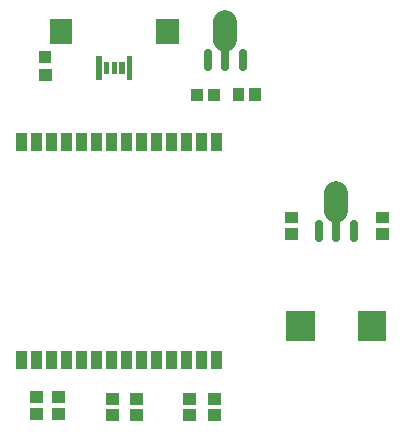
<source format=gtp>
G04 Layer: TopPasteMaskLayer*
G04 EasyEDA v6.1.49, Sat, 25 May 2019 11:17:53 GMT*
G04 fc3d14014b1447b58ced6bada5ffd274,46bf6a40d4384fdb86bc8fc37bf60e4c,10*
G04 Gerber Generator version 0.2*
G04 Scale: 100 percent, Rotated: No, Reflected: No *
G04 Dimensions in millimeters *
G04 leading zeros omitted , absolute positions ,3 integer and 3 decimal *
%FSLAX33Y33*%
%MOMM*%
G90*
G71D02*

%ADD12C,1.999996*%
%ADD13C,0.699999*%
%ADD20R,0.999998X1.099998*%

%LPD*%
G54D12*
G01X25041Y42030D02*
G01X25041Y43530D01*
G54D13*
G01X25041Y39680D02*
G01X25041Y41080D01*
G01X26542Y39681D02*
G01X26542Y40881D01*
G01X23539Y39681D02*
G01X23539Y40881D01*
G54D12*
G01X34439Y27552D02*
G01X34439Y29052D01*
G54D13*
G01X34439Y25202D02*
G01X34439Y26602D01*
G01X35940Y25203D02*
G01X35940Y26403D01*
G01X32937Y25203D02*
G01X32937Y26403D01*
G36*
G01X10301Y41035D02*
G01X10301Y40035D01*
G01X9301Y40035D01*
G01X9301Y41035D01*
G01X10301Y41035D01*
G37*
G36*
G01X10352Y39510D02*
G01X10352Y38511D01*
G01X9249Y38511D01*
G01X9249Y39510D01*
G01X10352Y39510D01*
G37*
G36*
G01X14116Y38635D02*
G01X14116Y40634D01*
G01X14568Y40634D01*
G01X14568Y38635D01*
G01X14116Y38635D01*
G37*
G36*
G01X14767Y39134D02*
G01X14767Y40134D01*
G01X15217Y40134D01*
G01X15217Y39134D01*
G01X14767Y39134D01*
G37*
G36*
G01X15418Y39134D02*
G01X15418Y40134D01*
G01X15868Y40134D01*
G01X15868Y39134D01*
G01X15418Y39134D01*
G37*
G36*
G01X16068Y39134D02*
G01X16068Y40134D01*
G01X16518Y40134D01*
G01X16518Y39134D01*
G01X16068Y39134D01*
G37*
G36*
G01X16717Y38635D02*
G01X16717Y40634D01*
G01X17169Y40634D01*
G01X17169Y38635D01*
G01X16717Y38635D01*
G37*
G36*
G01X12092Y43755D02*
G01X12092Y41655D01*
G01X10192Y41655D01*
G01X10192Y43755D01*
G01X12092Y43755D01*
G37*
G36*
G01X21093Y43755D02*
G01X21093Y41655D01*
G01X19193Y41655D01*
G01X19193Y43755D01*
G01X21093Y43755D01*
G37*
G36*
G01X16067Y12142D02*
G01X16067Y11144D01*
G01X14964Y11144D01*
G01X14964Y12142D01*
G01X16067Y12142D01*
G37*
G36*
G01X16067Y10743D02*
G01X16067Y9745D01*
G01X14964Y9745D01*
G01X14964Y10743D01*
G01X16067Y10743D01*
G37*
G36*
G01X22544Y12142D02*
G01X22544Y11144D01*
G01X21441Y11144D01*
G01X21441Y12142D01*
G01X22544Y12142D01*
G37*
G36*
G01X22544Y10743D02*
G01X22544Y9745D01*
G01X21441Y9745D01*
G01X21441Y10743D01*
G01X22544Y10743D01*
G37*
G36*
G01X9590Y12269D02*
G01X9590Y11271D01*
G01X8487Y11271D01*
G01X8487Y12269D01*
G01X9590Y12269D01*
G37*
G36*
G01X9590Y10870D02*
G01X9590Y9872D01*
G01X8487Y9872D01*
G01X8487Y10870D01*
G01X9590Y10870D01*
G37*
G54D20*
G01X22657Y37356D03*
G01X24058Y37356D03*
G36*
G01X28051Y36813D02*
G01X27051Y36813D01*
G01X27051Y37913D01*
G01X28051Y37913D01*
G01X28051Y36813D01*
G37*
G36*
G01X26651Y36813D02*
G01X25651Y36813D01*
G01X25651Y37913D01*
G01X26651Y37913D01*
G01X26651Y36813D01*
G37*
G36*
G01X30082Y25078D02*
G01X30082Y26078D01*
G01X31182Y26078D01*
G01X31182Y25078D01*
G01X30082Y25078D01*
G37*
G36*
G01X30082Y26478D02*
G01X30082Y27478D01*
G01X31182Y27478D01*
G01X31182Y26478D01*
G01X30082Y26478D01*
G37*
G36*
G01X37829Y25078D02*
G01X37829Y26078D01*
G01X38929Y26078D01*
G01X38929Y25078D01*
G01X37829Y25078D01*
G37*
G36*
G01X37829Y26478D02*
G01X37829Y27478D01*
G01X38929Y27478D01*
G01X38929Y26478D01*
G01X37829Y26478D01*
G37*
G36*
G01X32629Y16552D02*
G01X30203Y16552D01*
G01X30203Y19051D01*
G01X32629Y19051D01*
G01X32629Y16552D01*
G37*
G36*
G01X38674Y16552D02*
G01X36248Y16552D01*
G01X36248Y19051D01*
G01X38674Y19051D01*
G01X38674Y16552D01*
G37*
G36*
G01X10394Y9870D02*
G01X10394Y10870D01*
G01X11494Y10870D01*
G01X11494Y9870D01*
G01X10394Y9870D01*
G37*
G36*
G01X10394Y11270D02*
G01X10394Y12270D01*
G01X11494Y12270D01*
G01X11494Y11270D01*
G01X10394Y11270D01*
G37*
G36*
G01X16998Y9743D02*
G01X16998Y10743D01*
G01X18098Y10743D01*
G01X18098Y9743D01*
G01X16998Y9743D01*
G37*
G36*
G01X16998Y11143D02*
G01X16998Y12143D01*
G01X18098Y12143D01*
G01X18098Y11143D01*
G01X16998Y11143D01*
G37*
G36*
G01X23602Y9743D02*
G01X23602Y10743D01*
G01X24702Y10743D01*
G01X24702Y9743D01*
G01X23602Y9743D01*
G37*
G36*
G01X23602Y11143D02*
G01X23602Y12143D01*
G01X24702Y12143D01*
G01X24702Y11143D01*
G01X23602Y11143D01*
G37*
G36*
G01X11091Y14155D02*
G01X11091Y15656D01*
G01X12092Y15656D01*
G01X12092Y14155D01*
G01X11091Y14155D01*
G37*
G36*
G01X12361Y14155D02*
G01X12361Y15656D01*
G01X13362Y15656D01*
G01X13362Y14155D01*
G01X12361Y14155D01*
G37*
G36*
G01X13631Y14155D02*
G01X13631Y15656D01*
G01X14632Y15656D01*
G01X14632Y14155D01*
G01X13631Y14155D01*
G37*
G36*
G01X14901Y14155D02*
G01X14901Y15656D01*
G01X15902Y15656D01*
G01X15902Y14155D01*
G01X14901Y14155D01*
G37*
G36*
G01X16171Y14155D02*
G01X16171Y15656D01*
G01X17172Y15656D01*
G01X17172Y14155D01*
G01X16171Y14155D01*
G37*
G36*
G01X17441Y14155D02*
G01X17441Y15656D01*
G01X18442Y15656D01*
G01X18442Y14155D01*
G01X17441Y14155D01*
G37*
G36*
G01X18711Y14155D02*
G01X18711Y15656D01*
G01X19712Y15656D01*
G01X19712Y14155D01*
G01X18711Y14155D01*
G37*
G36*
G01X19981Y14155D02*
G01X19981Y15656D01*
G01X20982Y15656D01*
G01X20982Y14155D01*
G01X19981Y14155D01*
G37*
G36*
G01X23791Y32647D02*
G01X23791Y34148D01*
G01X24792Y34148D01*
G01X24792Y32647D01*
G01X23791Y32647D01*
G37*
G36*
G01X22521Y32647D02*
G01X22521Y34148D01*
G01X23522Y34148D01*
G01X23522Y32647D01*
G01X22521Y32647D01*
G37*
G36*
G01X21251Y32647D02*
G01X21251Y34148D01*
G01X22252Y34148D01*
G01X22252Y32647D01*
G01X21251Y32647D01*
G37*
G36*
G01X19981Y32647D02*
G01X19981Y34148D01*
G01X20982Y34148D01*
G01X20982Y32647D01*
G01X19981Y32647D01*
G37*
G36*
G01X18711Y32647D02*
G01X18711Y34148D01*
G01X19712Y34148D01*
G01X19712Y32647D01*
G01X18711Y32647D01*
G37*
G36*
G01X17441Y32647D02*
G01X17441Y34148D01*
G01X18442Y34148D01*
G01X18442Y32647D01*
G01X17441Y32647D01*
G37*
G36*
G01X16171Y32647D02*
G01X16171Y34148D01*
G01X17172Y34148D01*
G01X17172Y32647D01*
G01X16171Y32647D01*
G37*
G36*
G01X21251Y14155D02*
G01X21251Y15656D01*
G01X22252Y15656D01*
G01X22252Y14155D01*
G01X21251Y14155D01*
G37*
G36*
G01X22521Y14155D02*
G01X22521Y15656D01*
G01X23522Y15656D01*
G01X23522Y14155D01*
G01X22521Y14155D01*
G37*
G36*
G01X23791Y14155D02*
G01X23791Y15656D01*
G01X24792Y15656D01*
G01X24792Y14155D01*
G01X23791Y14155D01*
G37*
G36*
G01X9821Y14155D02*
G01X9821Y15656D01*
G01X10822Y15656D01*
G01X10822Y14155D01*
G01X9821Y14155D01*
G37*
G36*
G01X8551Y14155D02*
G01X8551Y15656D01*
G01X9552Y15656D01*
G01X9552Y14155D01*
G01X8551Y14155D01*
G37*
G36*
G01X7281Y14155D02*
G01X7281Y15656D01*
G01X8282Y15656D01*
G01X8282Y14155D01*
G01X7281Y14155D01*
G37*
G36*
G01X14901Y32647D02*
G01X14901Y34148D01*
G01X15902Y34148D01*
G01X15902Y32647D01*
G01X14901Y32647D01*
G37*
G36*
G01X13631Y32647D02*
G01X13631Y34148D01*
G01X14632Y34148D01*
G01X14632Y32647D01*
G01X13631Y32647D01*
G37*
G36*
G01X12361Y32647D02*
G01X12361Y34148D01*
G01X13362Y34148D01*
G01X13362Y32647D01*
G01X12361Y32647D01*
G37*
G36*
G01X11091Y32647D02*
G01X11091Y34148D01*
G01X12092Y34148D01*
G01X12092Y32647D01*
G01X11091Y32647D01*
G37*
G36*
G01X9821Y32647D02*
G01X9821Y34148D01*
G01X10822Y34148D01*
G01X10822Y32647D01*
G01X9821Y32647D01*
G37*
G36*
G01X8551Y32647D02*
G01X8551Y34148D01*
G01X9552Y34148D01*
G01X9552Y32647D01*
G01X8551Y32647D01*
G37*
G36*
G01X7281Y32647D02*
G01X7281Y34148D01*
G01X8282Y34148D01*
G01X8282Y32647D01*
G01X7281Y32647D01*
G37*
M00*
M02*

</source>
